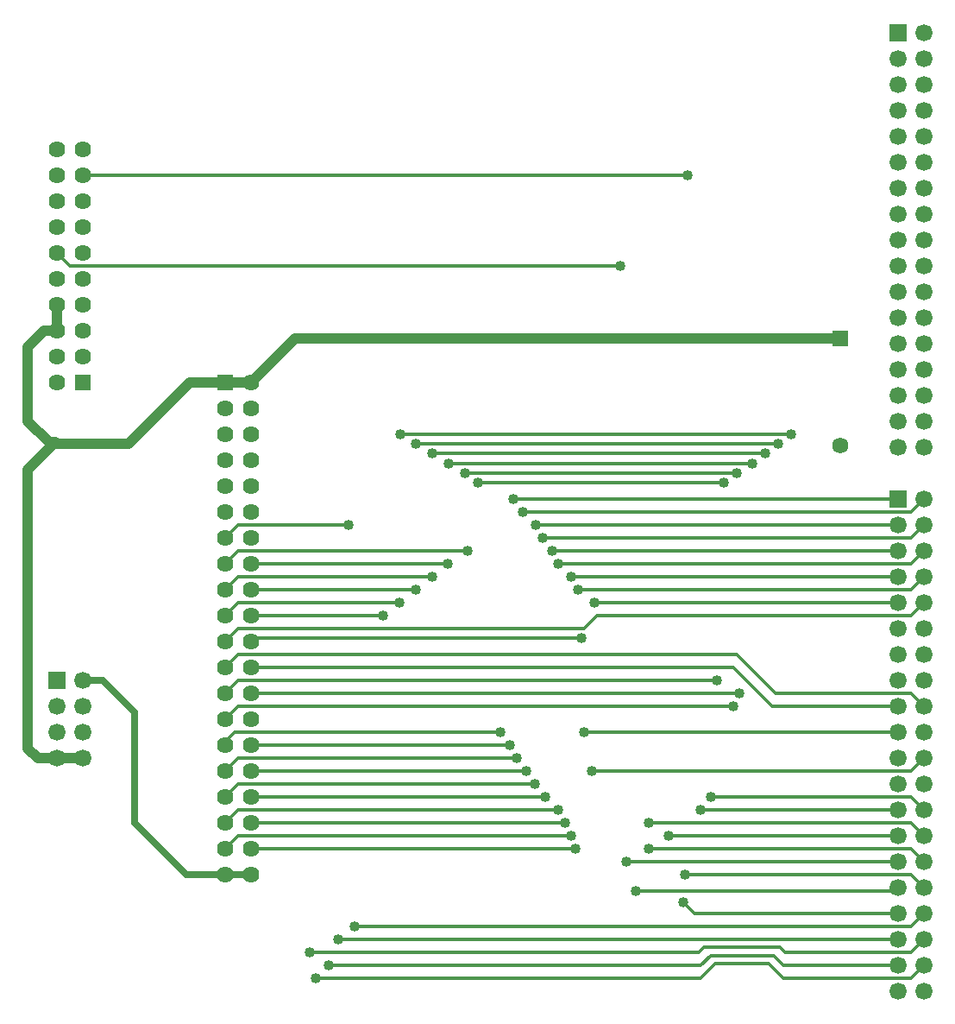
<source format=gbr>
G04 DipTrace 4.3.0.5*
G04 2 - Bottom.gbr*
%MOMM*%
G04 #@! TF.FileFunction,Copper,L2,Bot*
G04 #@! TF.Part,Single*
G04 #@! TA.AperFunction,Conductor*
%ADD16C,1.0*%
%ADD17C,0.3302*%
%ADD18C,0.6604*%
G04 #@! TA.AperFunction,ComponentPad*
%ADD20R,1.59X1.59*%
%ADD21C,1.59*%
%ADD22R,1.69X1.69*%
%ADD23C,1.69*%
%ADD24R,1.62X1.62*%
%ADD25C,1.62*%
G04 #@! TA.AperFunction,ViaPad*
%ADD26C,1.016*%
%FSLAX35Y35*%
G04*
G71*
G90*
G75*
G01*
G04 Bottom*
%LPD*%
X-8763000Y1778000D2*
D16*
Y2032000D1*
Y-2413000D2*
X-8953500D1*
X-9048750Y-2317750D1*
Y410453D1*
X-8777727Y681477D1*
X-8841227D1*
X-9048750Y889000D1*
Y1619250D1*
X-8890000Y1778000D1*
X-8763000D1*
X-1079500Y1698750D2*
X-6429250D1*
X-6858000Y1270000D1*
X-7112000D1*
X-7461250D1*
X-8064500Y666750D1*
X-8763000D1*
X-8777727Y681477D1*
X-8763000Y-2413000D2*
X-8509000D1*
X-6858000Y-1270000D2*
D17*
Y-1238250D1*
X-3619500D1*
X-3492500Y-889000D2*
X-508000D1*
X-7112000Y-1270000D2*
X-6985000Y-1143000D1*
X-3587750D1*
X-3460750Y-1016000D1*
X-381000D1*
X-254000Y-889000D1*
X-6858000Y-1016000D2*
X-5562797D1*
X-5397500Y762000D2*
X-1555750D1*
X-7112000Y-1016000D2*
X-6985000Y-889000D1*
X-5404047D1*
X-5238750Y666750D2*
X-1682750D1*
X-6858000Y-762000D2*
X-5238750D1*
X-5080000Y571500D2*
X-1809750D1*
X-7112000Y-762000D2*
X-6985000Y-635000D1*
X-5080000D1*
X-4921250Y476250D2*
X-1936750D1*
X-6858000Y-508000D2*
X-4927797D1*
X-4762500Y381000D2*
X-2095500D1*
X-7112000Y-508000D2*
X-6985000Y-381000D1*
X-4730750D1*
X-4635500Y285750D2*
X-2222500D1*
X-7112000Y-1778000D2*
X-6985000Y-1651000D1*
X-2286000D1*
X-6858000Y-3302000D2*
X-3676453D1*
X-3517703Y-2540000D2*
X-381000D1*
X-254000Y-2413000D1*
X-7112000Y-2032000D2*
X-6985000Y-1905000D1*
X-2127250D1*
X-6858000Y-1778000D2*
X-2063750D1*
X-7112000Y-3302000D2*
X-6985000Y-3175000D1*
X-3714750D1*
X-3587750Y-2159000D2*
X-508000D1*
X-7112000Y-1524000D2*
X-6985000Y-1397000D1*
X-2095500D1*
X-1714500Y-1778000D1*
X-381000D1*
X-254000Y-1905000D1*
X-6858000Y-1524000D2*
X-2127250D1*
X-1746250Y-1905000D1*
X-508000D1*
X-7112000Y-2286000D2*
Y-2254250D1*
X-7016750Y-2159000D1*
X-4413250D1*
X-4286250Y127000D2*
X-508000D1*
X-6858000Y-2286000D2*
X-4318000D1*
X-4191000Y0D2*
X-381000D1*
X-254000Y127000D1*
X-7112000Y-2540000D2*
X-6985000Y-2413000D1*
X-4254500D1*
X-4064000Y-127000D2*
X-508000D1*
X-6858000Y-2540000D2*
X-4159250D1*
X-4000500Y-254000D2*
X-381000D1*
X-254000Y-127000D1*
X-7112000Y-2794000D2*
X-6985000Y-2667000D1*
X-4070547D1*
X-3905250Y-381000D2*
X-508000D1*
X-6858000Y-2794000D2*
X-3968750D1*
X-3841750Y-508000D2*
X-381000D1*
X-254000Y-381000D1*
X-7112000Y-3048000D2*
X-6985000Y-2921000D1*
X-3841750D1*
X-3714750Y-635000D2*
X-508000D1*
X-6858000Y-3048000D2*
X-3778250D1*
X-3651250Y-762000D2*
X-381000D1*
X-254000Y-635000D1*
X-8509000Y-1651000D2*
D18*
X-8318500D1*
X-8001000Y-1968500D1*
Y-3048000D1*
X-7493000Y-3556000D1*
X-7112000D1*
X-6858000D1*
X-6096000Y-4445000D2*
D17*
X-2444750D1*
X-2349500Y-4349750D1*
X-1730377D1*
X-1635127Y-4445000D1*
X-508000D1*
X-6223000Y-4572000D2*
X-2444750D1*
X-2301873Y-4429123D1*
X-1778000D1*
X-1635127Y-4572000D1*
X-381000D1*
X-254000Y-4445000D1*
X-7112000Y-254000D2*
X-6985000Y-127000D1*
X-5905500D1*
X-5842000Y-4064000D2*
X-381000D1*
X-254000Y-3937000D1*
X-6000750Y-4191000D2*
X-508000D1*
X-254000Y-3429000D2*
X-381000Y-3302000D1*
X-2952750D1*
X-3238500Y2413000D2*
X-8636000D1*
X-8763000Y2540000D1*
X-3079750Y-3714750D2*
X-539750D1*
X-508000Y-3683000D1*
X-2596953Y-3556000D2*
X-381000D1*
X-254000Y-3683000D1*
X-2619147Y-3826103D2*
X-2508250Y-3937000D1*
X-508000D1*
X-2444750Y-2921000D2*
X-508000D1*
X-8509000Y3302000D2*
X-2571750D1*
X-2349500Y-2794000D2*
X-381000D1*
X-254000Y-2921000D1*
X-6286500Y-4318000D2*
X-2460623D1*
X-2413000Y-4270373D1*
X-1666877D1*
X-1619250Y-4318000D1*
X-381000D1*
X-254000Y-4191000D1*
X-2762250Y-3175000D2*
X-508000D1*
X-254000D2*
X-381000Y-3048000D1*
X-2952750D1*
X-3175000Y-3429000D2*
X-508000D1*
D26*
X-3619500Y-1238250D3*
X-3492500Y-889000D3*
X-5562797Y-1016000D3*
X-5397500Y762000D3*
X-1555750D3*
X-5404047Y-889000D3*
X-5238750Y666750D3*
X-1682750D3*
X-5238750Y-762000D3*
X-5080000Y571500D3*
X-1809750D3*
X-5080000Y-635000D3*
X-4921250Y476250D3*
X-1936750D3*
X-4927797Y-508000D3*
X-4762500Y381000D3*
X-2095500D3*
X-4730750Y-381000D3*
X-4635500Y285750D3*
X-2222500D3*
X-2286000Y-1651000D3*
X-3676453Y-3302000D3*
X-3517703Y-2540000D3*
X-2127250Y-1905000D3*
X-2063750Y-1778000D3*
X-3714750Y-3175000D3*
X-3587750Y-2159000D3*
X-4413250D3*
X-4286250Y127000D3*
X-4318000Y-2286000D3*
X-4191000Y0D3*
X-4254500Y-2413000D3*
X-4064000Y-127000D3*
X-4159250Y-2540000D3*
X-4000500Y-254000D3*
X-4070547Y-2667000D3*
X-3905250Y-381000D3*
X-3968750Y-2794000D3*
X-3841750Y-508000D3*
Y-2921000D3*
X-3714750Y-635000D3*
X-3778250Y-3048000D3*
X-3651250Y-762000D3*
X-6096000Y-4445000D3*
X-6223000Y-4572000D3*
X-5905500Y-127000D3*
X-5842000Y-4064000D3*
X-6000750Y-4191000D3*
X-2952750Y-3302000D3*
X-3238500Y2413000D3*
X-3079750Y-3714750D3*
X-2596953Y-3556000D3*
X-2619147Y-3826103D3*
X-2444750Y-2921000D3*
X-2571750Y3302000D3*
X-2349500Y-2794000D3*
X-6286500Y-4318000D3*
X-2762250Y-3175000D3*
X-2952750Y-3048000D3*
X-3175000Y-3429000D3*
D20*
X-1079500Y1698750D3*
D21*
Y650750D3*
D22*
X-508000Y127000D3*
D23*
X-254000D3*
X-508000Y-127000D3*
X-254000D3*
X-508000Y-381000D3*
X-254000D3*
X-508000Y-635000D3*
X-254000D3*
X-508000Y-889000D3*
X-254000D3*
X-508000Y-1143000D3*
X-254000D3*
X-508000Y-1397000D3*
X-254000D3*
X-508000Y-1651000D3*
X-254000D3*
X-508000Y-1905000D3*
X-254000D3*
X-508000Y-2159000D3*
X-254000D3*
X-508000Y-2413000D3*
X-254000D3*
X-508000Y-2667000D3*
X-254000D3*
X-508000Y-2921000D3*
X-254000D3*
X-508000Y-3175000D3*
X-254000D3*
X-508000Y-3429000D3*
X-254000D3*
X-508000Y-3683000D3*
X-254000D3*
X-508000Y-3937000D3*
X-254000D3*
X-508000Y-4191000D3*
X-254000D3*
X-508000Y-4445000D3*
X-254000D3*
X-508000Y-4699000D3*
X-254000D3*
D22*
X-508000Y4699000D3*
D23*
X-254000D3*
X-508000Y4445000D3*
X-254000D3*
X-508000Y4191000D3*
X-254000D3*
X-508000Y3937000D3*
X-254000D3*
X-508000Y3683000D3*
X-254000D3*
X-508000Y3429000D3*
X-254000D3*
X-508000Y3175000D3*
X-254000D3*
X-508000Y2921000D3*
X-254000D3*
X-508000Y2667000D3*
X-254000D3*
X-508000Y2413000D3*
X-254000D3*
X-508000Y2159000D3*
X-254000D3*
X-508000Y1905000D3*
X-254000D3*
X-508000Y1651000D3*
X-254000D3*
X-508000Y1397000D3*
X-254000D3*
X-508000Y1143000D3*
X-254000D3*
X-508000Y889000D3*
X-254000D3*
X-508000Y635000D3*
X-254000D3*
D24*
X-7112000Y1270000D3*
D25*
X-6858000D3*
X-7112000Y1016000D3*
X-6858000D3*
X-7112000Y762000D3*
X-6858000D3*
X-7112000Y508000D3*
X-6858000D3*
X-7112000Y254000D3*
X-6858000D3*
X-7112000Y0D3*
X-6858000D3*
X-7112000Y-254000D3*
X-6858000D3*
X-7112000Y-508000D3*
X-6858000D3*
X-7112000Y-762000D3*
X-6858000D3*
X-7112000Y-1016000D3*
X-6858000D3*
X-7112000Y-1270000D3*
X-6858000D3*
X-7112000Y-1524000D3*
X-6858000D3*
X-7112000Y-1778000D3*
X-6858000D3*
X-7112000Y-2032000D3*
X-6858000D3*
X-7112000Y-2286000D3*
X-6858000D3*
X-7112000Y-2540000D3*
X-6858000D3*
X-7112000Y-2794000D3*
X-6858000D3*
X-7112000Y-3048000D3*
X-6858000D3*
X-7112000Y-3302000D3*
X-6858000D3*
X-7112000Y-3556000D3*
X-6858000D3*
D24*
X-8509000Y1270000D3*
D25*
X-8763000D3*
X-8509000Y1524000D3*
X-8763000D3*
X-8509000Y1778000D3*
X-8763000D3*
X-8509000Y2032000D3*
X-8763000D3*
X-8509000Y2286000D3*
X-8763000D3*
X-8509000Y2540000D3*
X-8763000D3*
X-8509000Y2794000D3*
X-8763000D3*
X-8509000Y3048000D3*
X-8763000D3*
X-8509000Y3302000D3*
X-8763000D3*
X-8509000Y3556000D3*
X-8763000D3*
D22*
Y-1651000D3*
D23*
X-8509000D3*
X-8763000Y-1905000D3*
X-8509000D3*
X-8763000Y-2159000D3*
X-8509000D3*
X-8763000Y-2413000D3*
X-8509000D3*
M02*

</source>
